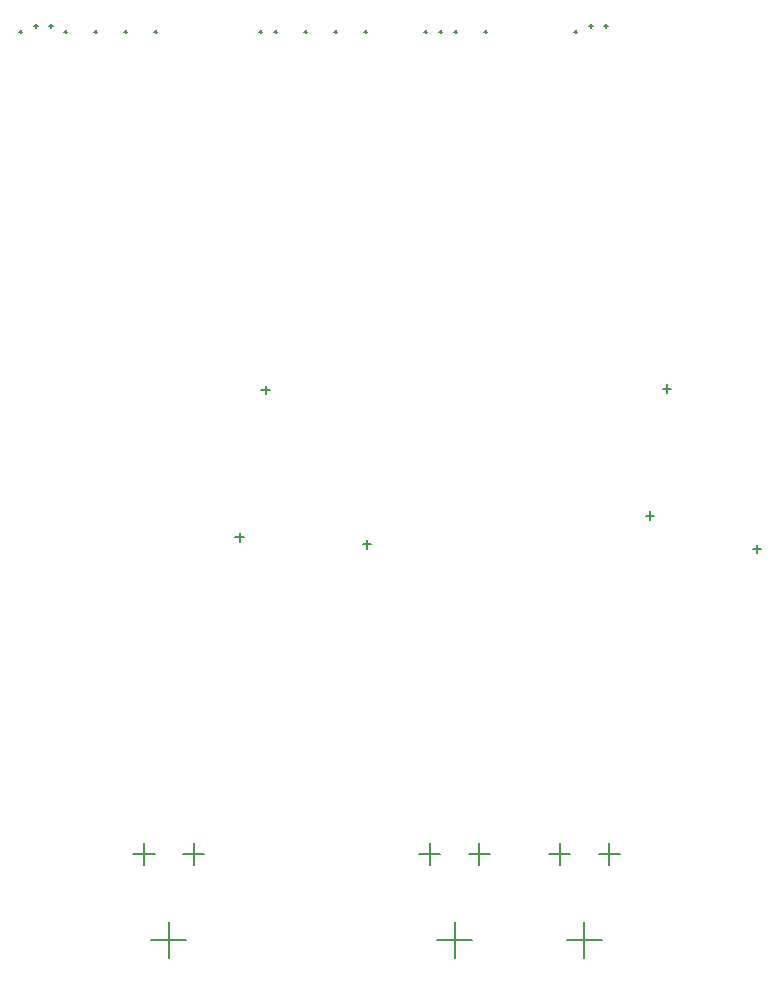
<source format=gbr>
%TF.GenerationSoftware,Altium Limited,Altium Designer,22.11.1 (43)*%
G04 Layer_Color=128*
%FSLAX45Y45*%
%MOMM*%
%TF.SameCoordinates,F2FF868D-8EDF-4B6E-A412-4C3DA5591A8F*%
%TF.FilePolarity,Positive*%
%TF.FileFunction,Drillmap*%
%TF.Part,Single*%
G01*
G75*
%TA.AperFunction,NonConductor*%
%ADD39C,0.12700*%
D39*
X5840000Y1720000D02*
X6140000D01*
X5990000Y1570000D02*
Y1870000D01*
X6110000Y2450000D02*
X6290000D01*
X6200000Y2360000D02*
Y2540000D01*
X5690000Y2450000D02*
X5870000D01*
X5780000Y2360000D02*
Y2540000D01*
X3270000Y2450000D02*
X3450000D01*
X3360000Y2360000D02*
Y2540000D01*
X3690000Y2450000D02*
X3870000D01*
X3780000Y2360000D02*
Y2540000D01*
X3420000Y1720000D02*
X3720000D01*
X3570000Y1570000D02*
Y1870000D01*
X6940000Y1720000D02*
X7240000D01*
X7090000Y1570000D02*
Y1870000D01*
X7210000Y2450000D02*
X7390000D01*
X7300000Y2360000D02*
Y2540000D01*
X6790000Y2450000D02*
X6970000D01*
X6880000Y2360000D02*
Y2540000D01*
X8514450Y5030000D02*
X8585550D01*
X8550000Y4994450D02*
Y5065550D01*
X5214440Y5070000D02*
X5285560D01*
X5250000Y5034440D02*
Y5105560D01*
X7607940Y5314844D02*
X7679060D01*
X7643500Y5279284D02*
Y5350404D01*
X4134440Y5130000D02*
X4205560D01*
X4170000Y5094440D02*
Y5165560D01*
X7754440Y6390000D02*
X7825560D01*
X7790000Y6354440D02*
Y6425560D01*
X4354440Y6380000D02*
X4425560D01*
X4390000Y6344440D02*
Y6415560D01*
X7004000Y9410000D02*
X7029400D01*
X7016700Y9397300D02*
Y9422700D01*
X6242000Y9410000D02*
X6267400D01*
X6254700Y9397300D02*
Y9422700D01*
X5988000Y9410000D02*
X6013400D01*
X6000700Y9397300D02*
Y9422700D01*
X5861000Y9410000D02*
X5886400D01*
X5873700Y9397300D02*
Y9422700D01*
X5734000Y9410000D02*
X5759400D01*
X5746700Y9397300D02*
Y9422700D01*
X5226000Y9410000D02*
X5251400D01*
X5238700Y9397300D02*
Y9422700D01*
X4972000Y9410000D02*
X4997400D01*
X4984700Y9397300D02*
Y9422700D01*
X4718000Y9410000D02*
X4743400D01*
X4730700Y9397300D02*
Y9422700D01*
X4464000Y9410000D02*
X4489400D01*
X4476700Y9397300D02*
Y9422700D01*
X4337000Y9410000D02*
X4362400D01*
X4349700Y9397300D02*
Y9422700D01*
X3448000Y9410000D02*
X3473400D01*
X3460700Y9397300D02*
Y9422700D01*
X3194000Y9410000D02*
X3219400D01*
X3206700Y9397300D02*
Y9422700D01*
X2940000Y9410000D02*
X2965400D01*
X2952700Y9397300D02*
Y9422700D01*
X2686000Y9410000D02*
X2711400D01*
X2698700Y9397300D02*
Y9422700D01*
X2305000Y9410000D02*
X2330400D01*
X2317700Y9397300D02*
Y9422700D01*
X2426900Y9460000D02*
X2462500D01*
X2444700Y9442200D02*
Y9477800D01*
X2553900Y9460000D02*
X2589500D01*
X2571700Y9442200D02*
Y9477800D01*
X7252900Y9460000D02*
X7288500D01*
X7270700Y9442200D02*
Y9477800D01*
X7125900Y9460000D02*
X7161500D01*
X7143700Y9442200D02*
Y9477800D01*
%TF.MD5,17cc28c4b761876a25e03961ed9f523c*%
M02*

</source>
